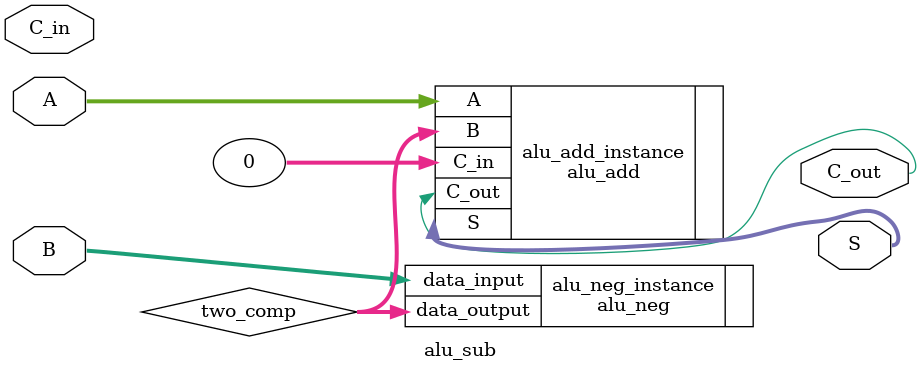
<source format=v>
`timescale 1ns / 10ps
module alu_sub(
    input wire [31:0] A,
    input wire [31:0] B,
    input wire C_in,
    output wire [31:0] S,
    output wire C_out 
);
	// do A - B = A + (-B) -> 2's complement on B
	wire [31:0] two_comp;
	alu_neg alu_neg_instance(.data_input(B), .data_output(two_comp));
    alu_add alu_add_instance(.A(A), .B(two_comp), .C_in(0), .S(S), .C_out(C_out));

endmodule
</source>
